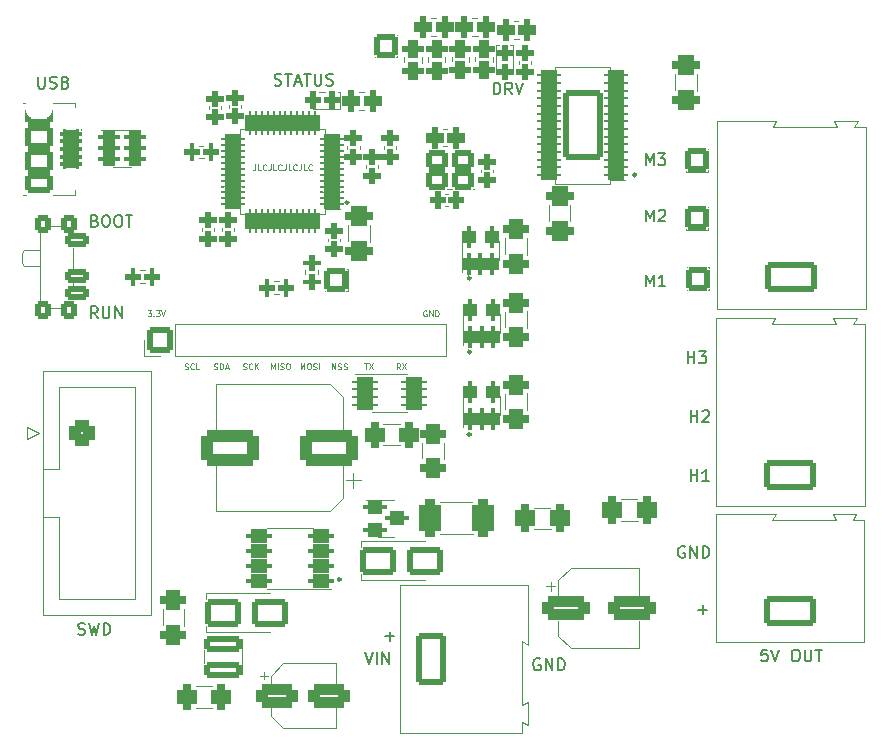
<source format=gbr>
%TF.GenerationSoftware,KiCad,Pcbnew,(6.0.5)*%
%TF.CreationDate,2022-05-23T22:17:39-04:00*%
%TF.ProjectId,HVAC_STM32_Motor_Controller,48564143-5f53-4544-9d33-325f4d6f746f,rev?*%
%TF.SameCoordinates,Original*%
%TF.FileFunction,Legend,Top*%
%TF.FilePolarity,Positive*%
%FSLAX46Y46*%
G04 Gerber Fmt 4.6, Leading zero omitted, Abs format (unit mm)*
G04 Created by KiCad (PCBNEW (6.0.5)) date 2022-05-23 22:17:39*
%MOMM*%
%LPD*%
G01*
G04 APERTURE LIST*
G04 Aperture macros list*
%AMRoundRect*
0 Rectangle with rounded corners*
0 $1 Rounding radius*
0 $2 $3 $4 $5 $6 $7 $8 $9 X,Y pos of 4 corners*
0 Add a 4 corners polygon primitive as box body*
4,1,4,$2,$3,$4,$5,$6,$7,$8,$9,$2,$3,0*
0 Add four circle primitives for the rounded corners*
1,1,$1+$1,$2,$3*
1,1,$1+$1,$4,$5*
1,1,$1+$1,$6,$7*
1,1,$1+$1,$8,$9*
0 Add four rect primitives between the rounded corners*
20,1,$1+$1,$2,$3,$4,$5,0*
20,1,$1+$1,$4,$5,$6,$7,0*
20,1,$1+$1,$6,$7,$8,$9,0*
20,1,$1+$1,$8,$9,$2,$3,0*%
G04 Aperture macros list end*
%ADD10C,0.238900*%
%ADD11C,0.177800*%
%ADD12C,0.100000*%
%ADD13C,0.120000*%
%ADD14RoundRect,0.504000X0.625000X-0.312500X0.625000X0.312500X-0.625000X0.312500X-0.625000X-0.312500X0*%
%ADD15RoundRect,0.504000X-0.600000X-0.600000X0.600000X-0.600000X0.600000X0.600000X-0.600000X0.600000X0*%
%ADD16C,2.208000*%
%ADD17RoundRect,0.254000X-0.750000X-0.750000X0.750000X-0.750000X0.750000X0.750000X-0.750000X0.750000X0*%
%ADD18RoundRect,0.504000X-0.650000X0.325000X-0.650000X-0.325000X0.650000X-0.325000X0.650000X0.325000X0*%
%ADD19RoundRect,0.404000X-0.512500X-0.150000X0.512500X-0.150000X0.512500X0.150000X-0.512500X0.150000X0*%
%ADD20RoundRect,0.504000X0.650000X-0.325000X0.650000X0.325000X-0.650000X0.325000X-0.650000X-0.325000X0*%
%ADD21RoundRect,0.504000X-0.262500X-0.450000X0.262500X-0.450000X0.262500X0.450000X-0.262500X0.450000X0*%
%ADD22RoundRect,0.454000X0.200000X0.275000X-0.200000X0.275000X-0.200000X-0.275000X0.200000X-0.275000X0*%
%ADD23RoundRect,0.479000X-0.250000X0.225000X-0.250000X-0.225000X0.250000X-0.225000X0.250000X0.225000X0*%
%ADD24RoundRect,0.504000X0.262500X0.450000X-0.262500X0.450000X-0.262500X-0.450000X0.262500X-0.450000X0*%
%ADD25RoundRect,0.472750X-0.256250X0.218750X-0.256250X-0.218750X0.256250X-0.218750X0.256250X0.218750X0*%
%ADD26RoundRect,0.504000X-0.450000X0.262500X-0.450000X-0.262500X0.450000X-0.262500X0.450000X0.262500X0*%
%ADD27RoundRect,0.472750X0.218750X0.256250X-0.218750X0.256250X-0.218750X-0.256250X0.218750X-0.256250X0*%
%ADD28RoundRect,0.254000X-0.700000X-0.600000X0.700000X-0.600000X0.700000X0.600000X-0.700000X0.600000X0*%
%ADD29RoundRect,0.479000X0.250000X-0.225000X0.250000X0.225000X-0.250000X0.225000X-0.250000X-0.225000X0*%
%ADD30RoundRect,0.504000X1.950000X1.000000X-1.950000X1.000000X-1.950000X-1.000000X1.950000X-1.000000X0*%
%ADD31RoundRect,0.504000X-0.625000X0.312500X-0.625000X-0.312500X0.625000X-0.312500X0.625000X0.312500X0*%
%ADD32RoundRect,0.504000X0.325000X0.650000X-0.325000X0.650000X-0.325000X-0.650000X0.325000X-0.650000X0*%
%ADD33C,4.908000*%
%ADD34RoundRect,0.254000X1.980000X-0.990000X1.980000X0.990000X-1.980000X0.990000X-1.980000X-0.990000X0*%
%ADD35O,4.468000X2.488000*%
%ADD36RoundRect,0.454000X-0.200000X-0.275000X0.200000X-0.275000X0.200000X0.275000X-0.200000X0.275000X0*%
%ADD37RoundRect,0.404000X0.150000X-0.512500X0.150000X0.512500X-0.150000X0.512500X-0.150000X-0.512500X0*%
%ADD38RoundRect,0.254000X-1.250000X-0.900000X1.250000X-0.900000X1.250000X0.900000X-1.250000X0.900000X0*%
%ADD39RoundRect,0.404000X-0.587500X-0.150000X0.587500X-0.150000X0.587500X0.150000X-0.587500X0.150000X0*%
%ADD40RoundRect,0.354000X-0.712500X-0.100000X0.712500X-0.100000X0.712500X0.100000X-0.712500X0.100000X0*%
%ADD41C,1.408000*%
%ADD42RoundRect,0.254000X-0.400000X0.500000X-0.400000X-0.500000X0.400000X-0.500000X0.400000X0.500000X0*%
%ADD43RoundRect,0.254000X-0.750000X0.350000X-0.750000X-0.350000X0.750000X-0.350000X0.750000X0.350000X0*%
%ADD44RoundRect,0.504000X-1.250000X-0.550000X1.250000X-0.550000X1.250000X0.550000X-1.250000X0.550000X0*%
%ADD45RoundRect,0.254000X-0.675000X0.200000X-0.675000X-0.200000X0.675000X-0.200000X0.675000X0.200000X0*%
%ADD46O,2.408000X1.708000*%
%ADD47RoundRect,0.254000X-0.950000X0.600000X-0.950000X-0.600000X0.950000X-0.600000X0.950000X0.600000X0*%
%ADD48RoundRect,0.254000X-0.950000X0.750000X-0.950000X-0.750000X0.950000X-0.750000X0.950000X0.750000X0*%
%ADD49C,1.958000*%
%ADD50RoundRect,0.254000X-0.990000X-1.980000X0.990000X-1.980000X0.990000X1.980000X-0.990000X1.980000X0*%
%ADD51O,2.488000X4.468000*%
%ADD52RoundRect,0.454000X-0.275000X0.200000X-0.275000X-0.200000X0.275000X-0.200000X0.275000X0.200000X0*%
%ADD53RoundRect,0.504000X0.450000X-0.262500X0.450000X0.262500X-0.450000X0.262500X-0.450000X-0.262500X0*%
%ADD54RoundRect,0.479000X0.225000X0.250000X-0.225000X0.250000X-0.225000X-0.250000X0.225000X-0.250000X0*%
%ADD55RoundRect,0.504000X-0.312500X-0.625000X0.312500X-0.625000X0.312500X0.625000X-0.312500X0.625000X0*%
%ADD56RoundRect,0.504000X0.425000X1.075000X-0.425000X1.075000X-0.425000X-1.075000X0.425000X-1.075000X0*%
%ADD57RoundRect,0.354000X0.637500X0.100000X-0.637500X0.100000X-0.637500X-0.100000X0.637500X-0.100000X0*%
%ADD58RoundRect,0.254000X1.425000X2.700000X-1.425000X2.700000X-1.425000X-2.700000X1.425000X-2.700000X0*%
%ADD59RoundRect,0.504000X-0.325000X-0.650000X0.325000X-0.650000X0.325000X0.650000X-0.325000X0.650000X0*%
%ADD60RoundRect,0.254000X0.850000X-0.850000X0.850000X0.850000X-0.850000X0.850000X-0.850000X-0.850000X0*%
%ADD61O,2.208000X2.208000*%
%ADD62RoundRect,0.504000X-1.500000X-0.550000X1.500000X-0.550000X1.500000X0.550000X-1.500000X0.550000X0*%
%ADD63RoundRect,0.404000X0.675000X0.150000X-0.675000X0.150000X-0.675000X-0.150000X0.675000X-0.150000X0*%
%ADD64RoundRect,0.504000X0.312500X0.625000X-0.312500X0.625000X-0.312500X-0.625000X0.312500X-0.625000X0*%
%ADD65RoundRect,0.254000X-1.350000X0.400000X-1.350000X-0.400000X1.350000X-0.400000X1.350000X0.400000X0*%
%ADD66RoundRect,0.329000X0.662500X0.075000X-0.662500X0.075000X-0.662500X-0.075000X0.662500X-0.075000X0*%
%ADD67RoundRect,0.329000X0.075000X0.662500X-0.075000X0.662500X-0.075000X-0.662500X0.075000X-0.662500X0*%
G04 APERTURE END LIST*
D10*
X126869450Y-113750000D02*
G75*
G03*
X126869450Y-113750000I-119450J0D01*
G01*
X137869450Y-88250000D02*
G75*
G03*
X137869450Y-88250000I-119450J0D01*
G01*
X151869450Y-79500000D02*
G75*
G03*
X151869450Y-79500000I-119450J0D01*
G01*
X127519450Y-81850000D02*
G75*
G03*
X127519450Y-81850000I-119450J0D01*
G01*
X137869450Y-101500000D02*
G75*
G03*
X137869450Y-101500000I-119450J0D01*
G01*
X137869450Y-94500000D02*
G75*
G03*
X137869450Y-94500000I-119450J0D01*
G01*
D11*
X156488095Y-105452380D02*
X156488095Y-104452380D01*
X156488095Y-104928571D02*
X157059523Y-104928571D01*
X157059523Y-105452380D02*
X157059523Y-104452380D01*
X158059523Y-105452380D02*
X157488095Y-105452380D01*
X157773809Y-105452380D02*
X157773809Y-104452380D01*
X157678571Y-104595238D01*
X157583333Y-104690476D01*
X157488095Y-104738095D01*
D12*
X128869047Y-95476190D02*
X129154761Y-95476190D01*
X129011904Y-95976190D02*
X129011904Y-95476190D01*
X129273809Y-95476190D02*
X129607142Y-95976190D01*
X129607142Y-95476190D02*
X129273809Y-95976190D01*
D11*
X130619047Y-118571428D02*
X131380952Y-118571428D01*
X131000000Y-118952380D02*
X131000000Y-118190476D01*
X121273809Y-71904761D02*
X121416666Y-71952380D01*
X121654761Y-71952380D01*
X121750000Y-71904761D01*
X121797619Y-71857142D01*
X121845238Y-71761904D01*
X121845238Y-71666666D01*
X121797619Y-71571428D01*
X121750000Y-71523809D01*
X121654761Y-71476190D01*
X121464285Y-71428571D01*
X121369047Y-71380952D01*
X121321428Y-71333333D01*
X121273809Y-71238095D01*
X121273809Y-71142857D01*
X121321428Y-71047619D01*
X121369047Y-71000000D01*
X121464285Y-70952380D01*
X121702380Y-70952380D01*
X121845238Y-71000000D01*
X122130952Y-70952380D02*
X122702380Y-70952380D01*
X122416666Y-71952380D02*
X122416666Y-70952380D01*
X122988095Y-71666666D02*
X123464285Y-71666666D01*
X122892857Y-71952380D02*
X123226190Y-70952380D01*
X123559523Y-71952380D01*
X123750000Y-70952380D02*
X124321428Y-70952380D01*
X124035714Y-71952380D02*
X124035714Y-70952380D01*
X124654761Y-70952380D02*
X124654761Y-71761904D01*
X124702380Y-71857142D01*
X124750000Y-71904761D01*
X124845238Y-71952380D01*
X125035714Y-71952380D01*
X125130952Y-71904761D01*
X125178571Y-71857142D01*
X125226190Y-71761904D01*
X125226190Y-70952380D01*
X125654761Y-71904761D02*
X125797619Y-71952380D01*
X126035714Y-71952380D01*
X126130952Y-71904761D01*
X126178571Y-71857142D01*
X126226190Y-71761904D01*
X126226190Y-71666666D01*
X126178571Y-71571428D01*
X126130952Y-71523809D01*
X126035714Y-71476190D01*
X125845238Y-71428571D01*
X125750000Y-71380952D01*
X125702380Y-71333333D01*
X125654761Y-71238095D01*
X125654761Y-71142857D01*
X125702380Y-71047619D01*
X125750000Y-71000000D01*
X125845238Y-70952380D01*
X126083333Y-70952380D01*
X126226190Y-71000000D01*
D12*
X116142857Y-95952380D02*
X116214285Y-95976190D01*
X116333333Y-95976190D01*
X116380952Y-95952380D01*
X116404761Y-95928571D01*
X116428571Y-95880952D01*
X116428571Y-95833333D01*
X116404761Y-95785714D01*
X116380952Y-95761904D01*
X116333333Y-95738095D01*
X116238095Y-95714285D01*
X116190476Y-95690476D01*
X116166666Y-95666666D01*
X116142857Y-95619047D01*
X116142857Y-95571428D01*
X116166666Y-95523809D01*
X116190476Y-95500000D01*
X116238095Y-95476190D01*
X116357142Y-95476190D01*
X116428571Y-95500000D01*
X116642857Y-95976190D02*
X116642857Y-95476190D01*
X116761904Y-95476190D01*
X116833333Y-95500000D01*
X116880952Y-95547619D01*
X116904761Y-95595238D01*
X116928571Y-95690476D01*
X116928571Y-95761904D01*
X116904761Y-95857142D01*
X116880952Y-95904761D01*
X116833333Y-95952380D01*
X116761904Y-95976190D01*
X116642857Y-95976190D01*
X117119047Y-95833333D02*
X117357142Y-95833333D01*
X117071428Y-95976190D02*
X117238095Y-95476190D01*
X117404761Y-95976190D01*
D11*
X143738095Y-120500000D02*
X143642857Y-120452380D01*
X143500000Y-120452380D01*
X143357142Y-120500000D01*
X143261904Y-120595238D01*
X143214285Y-120690476D01*
X143166666Y-120880952D01*
X143166666Y-121023809D01*
X143214285Y-121214285D01*
X143261904Y-121309523D01*
X143357142Y-121404761D01*
X143500000Y-121452380D01*
X143595238Y-121452380D01*
X143738095Y-121404761D01*
X143785714Y-121357142D01*
X143785714Y-121023809D01*
X143595238Y-121023809D01*
X144214285Y-121452380D02*
X144214285Y-120452380D01*
X144785714Y-121452380D01*
X144785714Y-120452380D01*
X145261904Y-121452380D02*
X145261904Y-120452380D01*
X145500000Y-120452380D01*
X145642857Y-120500000D01*
X145738095Y-120595238D01*
X145785714Y-120690476D01*
X145833333Y-120880952D01*
X145833333Y-121023809D01*
X145785714Y-121214285D01*
X145738095Y-121309523D01*
X145642857Y-121404761D01*
X145500000Y-121452380D01*
X145261904Y-121452380D01*
X152690476Y-83452380D02*
X152690476Y-82452380D01*
X153023809Y-83166666D01*
X153357142Y-82452380D01*
X153357142Y-83452380D01*
X153785714Y-82547619D02*
X153833333Y-82500000D01*
X153928571Y-82452380D01*
X154166666Y-82452380D01*
X154261904Y-82500000D01*
X154309523Y-82547619D01*
X154357142Y-82642857D01*
X154357142Y-82738095D01*
X154309523Y-82880952D01*
X153738095Y-83452380D01*
X154357142Y-83452380D01*
X106042857Y-83403571D02*
X106185714Y-83451190D01*
X106233333Y-83498809D01*
X106280952Y-83594047D01*
X106280952Y-83736904D01*
X106233333Y-83832142D01*
X106185714Y-83879761D01*
X106090476Y-83927380D01*
X105709523Y-83927380D01*
X105709523Y-82927380D01*
X106042857Y-82927380D01*
X106138095Y-82975000D01*
X106185714Y-83022619D01*
X106233333Y-83117857D01*
X106233333Y-83213095D01*
X106185714Y-83308333D01*
X106138095Y-83355952D01*
X106042857Y-83403571D01*
X105709523Y-83403571D01*
X106900000Y-82927380D02*
X107090476Y-82927380D01*
X107185714Y-82975000D01*
X107280952Y-83070238D01*
X107328571Y-83260714D01*
X107328571Y-83594047D01*
X107280952Y-83784523D01*
X107185714Y-83879761D01*
X107090476Y-83927380D01*
X106900000Y-83927380D01*
X106804761Y-83879761D01*
X106709523Y-83784523D01*
X106661904Y-83594047D01*
X106661904Y-83260714D01*
X106709523Y-83070238D01*
X106804761Y-82975000D01*
X106900000Y-82927380D01*
X107947619Y-82927380D02*
X108138095Y-82927380D01*
X108233333Y-82975000D01*
X108328571Y-83070238D01*
X108376190Y-83260714D01*
X108376190Y-83594047D01*
X108328571Y-83784523D01*
X108233333Y-83879761D01*
X108138095Y-83927380D01*
X107947619Y-83927380D01*
X107852380Y-83879761D01*
X107757142Y-83784523D01*
X107709523Y-83594047D01*
X107709523Y-83260714D01*
X107757142Y-83070238D01*
X107852380Y-82975000D01*
X107947619Y-82927380D01*
X108661904Y-82927380D02*
X109233333Y-82927380D01*
X108947619Y-83927380D02*
X108947619Y-82927380D01*
D12*
X120964285Y-95976190D02*
X120964285Y-95476190D01*
X121130952Y-95833333D01*
X121297619Y-95476190D01*
X121297619Y-95976190D01*
X121535714Y-95976190D02*
X121535714Y-95476190D01*
X121750000Y-95952380D02*
X121821428Y-95976190D01*
X121940476Y-95976190D01*
X121988095Y-95952380D01*
X122011904Y-95928571D01*
X122035714Y-95880952D01*
X122035714Y-95833333D01*
X122011904Y-95785714D01*
X121988095Y-95761904D01*
X121940476Y-95738095D01*
X121845238Y-95714285D01*
X121797619Y-95690476D01*
X121773809Y-95666666D01*
X121750000Y-95619047D01*
X121750000Y-95571428D01*
X121773809Y-95523809D01*
X121797619Y-95500000D01*
X121845238Y-95476190D01*
X121964285Y-95476190D01*
X122035714Y-95500000D01*
X122345238Y-95476190D02*
X122440476Y-95476190D01*
X122488095Y-95500000D01*
X122535714Y-95547619D01*
X122559523Y-95642857D01*
X122559523Y-95809523D01*
X122535714Y-95904761D01*
X122488095Y-95952380D01*
X122440476Y-95976190D01*
X122345238Y-95976190D01*
X122297619Y-95952380D01*
X122250000Y-95904761D01*
X122226190Y-95809523D01*
X122226190Y-95642857D01*
X122250000Y-95547619D01*
X122297619Y-95500000D01*
X122345238Y-95476190D01*
X131916666Y-95976190D02*
X131750000Y-95738095D01*
X131630952Y-95976190D02*
X131630952Y-95476190D01*
X131821428Y-95476190D01*
X131869047Y-95500000D01*
X131892857Y-95523809D01*
X131916666Y-95571428D01*
X131916666Y-95642857D01*
X131892857Y-95690476D01*
X131869047Y-95714285D01*
X131821428Y-95738095D01*
X131630952Y-95738095D01*
X132083333Y-95476190D02*
X132416666Y-95976190D01*
X132416666Y-95476190D02*
X132083333Y-95976190D01*
X113654761Y-95952380D02*
X113726190Y-95976190D01*
X113845238Y-95976190D01*
X113892857Y-95952380D01*
X113916666Y-95928571D01*
X113940476Y-95880952D01*
X113940476Y-95833333D01*
X113916666Y-95785714D01*
X113892857Y-95761904D01*
X113845238Y-95738095D01*
X113750000Y-95714285D01*
X113702380Y-95690476D01*
X113678571Y-95666666D01*
X113654761Y-95619047D01*
X113654761Y-95571428D01*
X113678571Y-95523809D01*
X113702380Y-95500000D01*
X113750000Y-95476190D01*
X113869047Y-95476190D01*
X113940476Y-95500000D01*
X114440476Y-95928571D02*
X114416666Y-95952380D01*
X114345238Y-95976190D01*
X114297619Y-95976190D01*
X114226190Y-95952380D01*
X114178571Y-95904761D01*
X114154761Y-95857142D01*
X114130952Y-95761904D01*
X114130952Y-95690476D01*
X114154761Y-95595238D01*
X114178571Y-95547619D01*
X114226190Y-95500000D01*
X114297619Y-95476190D01*
X114345238Y-95476190D01*
X114416666Y-95500000D01*
X114440476Y-95523809D01*
X114892857Y-95976190D02*
X114654761Y-95976190D01*
X114654761Y-95476190D01*
D11*
X156238095Y-95452380D02*
X156238095Y-94452380D01*
X156238095Y-94928571D02*
X156809523Y-94928571D01*
X156809523Y-95452380D02*
X156809523Y-94452380D01*
X157190476Y-94452380D02*
X157809523Y-94452380D01*
X157476190Y-94833333D01*
X157619047Y-94833333D01*
X157714285Y-94880952D01*
X157761904Y-94928571D01*
X157809523Y-95023809D01*
X157809523Y-95261904D01*
X157761904Y-95357142D01*
X157714285Y-95404761D01*
X157619047Y-95452380D01*
X157333333Y-95452380D01*
X157238095Y-95404761D01*
X157190476Y-95357142D01*
X157119047Y-116321428D02*
X157880952Y-116321428D01*
X157500000Y-116702380D02*
X157500000Y-115940476D01*
X101238095Y-71202380D02*
X101238095Y-72011904D01*
X101285714Y-72107142D01*
X101333333Y-72154761D01*
X101428571Y-72202380D01*
X101619047Y-72202380D01*
X101714285Y-72154761D01*
X101761904Y-72107142D01*
X101809523Y-72011904D01*
X101809523Y-71202380D01*
X102238095Y-72154761D02*
X102380952Y-72202380D01*
X102619047Y-72202380D01*
X102714285Y-72154761D01*
X102761904Y-72107142D01*
X102809523Y-72011904D01*
X102809523Y-71916666D01*
X102761904Y-71821428D01*
X102714285Y-71773809D01*
X102619047Y-71726190D01*
X102428571Y-71678571D01*
X102333333Y-71630952D01*
X102285714Y-71583333D01*
X102238095Y-71488095D01*
X102238095Y-71392857D01*
X102285714Y-71297619D01*
X102333333Y-71250000D01*
X102428571Y-71202380D01*
X102666666Y-71202380D01*
X102809523Y-71250000D01*
X103571428Y-71678571D02*
X103714285Y-71726190D01*
X103761904Y-71773809D01*
X103809523Y-71869047D01*
X103809523Y-72011904D01*
X103761904Y-72107142D01*
X103714285Y-72154761D01*
X103619047Y-72202380D01*
X103238095Y-72202380D01*
X103238095Y-71202380D01*
X103571428Y-71202380D01*
X103666666Y-71250000D01*
X103714285Y-71297619D01*
X103761904Y-71392857D01*
X103761904Y-71488095D01*
X103714285Y-71583333D01*
X103666666Y-71630952D01*
X103571428Y-71678571D01*
X103238095Y-71678571D01*
X155988095Y-111000000D02*
X155892857Y-110952380D01*
X155750000Y-110952380D01*
X155607142Y-111000000D01*
X155511904Y-111095238D01*
X155464285Y-111190476D01*
X155416666Y-111380952D01*
X155416666Y-111523809D01*
X155464285Y-111714285D01*
X155511904Y-111809523D01*
X155607142Y-111904761D01*
X155750000Y-111952380D01*
X155845238Y-111952380D01*
X155988095Y-111904761D01*
X156035714Y-111857142D01*
X156035714Y-111523809D01*
X155845238Y-111523809D01*
X156464285Y-111952380D02*
X156464285Y-110952380D01*
X157035714Y-111952380D01*
X157035714Y-110952380D01*
X157511904Y-111952380D02*
X157511904Y-110952380D01*
X157750000Y-110952380D01*
X157892857Y-111000000D01*
X157988095Y-111095238D01*
X158035714Y-111190476D01*
X158083333Y-111380952D01*
X158083333Y-111523809D01*
X158035714Y-111714285D01*
X157988095Y-111809523D01*
X157892857Y-111904761D01*
X157750000Y-111952380D01*
X157511904Y-111952380D01*
X152690476Y-78702380D02*
X152690476Y-77702380D01*
X153023809Y-78416666D01*
X153357142Y-77702380D01*
X153357142Y-78702380D01*
X153738095Y-77702380D02*
X154357142Y-77702380D01*
X154023809Y-78083333D01*
X154166666Y-78083333D01*
X154261904Y-78130952D01*
X154309523Y-78178571D01*
X154357142Y-78273809D01*
X154357142Y-78511904D01*
X154309523Y-78607142D01*
X154261904Y-78654761D01*
X154166666Y-78702380D01*
X153880952Y-78702380D01*
X153785714Y-78654761D01*
X153738095Y-78607142D01*
X104642857Y-118404761D02*
X104785714Y-118452380D01*
X105023809Y-118452380D01*
X105119047Y-118404761D01*
X105166666Y-118357142D01*
X105214285Y-118261904D01*
X105214285Y-118166666D01*
X105166666Y-118071428D01*
X105119047Y-118023809D01*
X105023809Y-117976190D01*
X104833333Y-117928571D01*
X104738095Y-117880952D01*
X104690476Y-117833333D01*
X104642857Y-117738095D01*
X104642857Y-117642857D01*
X104690476Y-117547619D01*
X104738095Y-117500000D01*
X104833333Y-117452380D01*
X105071428Y-117452380D01*
X105214285Y-117500000D01*
X105547619Y-117452380D02*
X105785714Y-118452380D01*
X105976190Y-117738095D01*
X106166666Y-118452380D01*
X106404761Y-117452380D01*
X106785714Y-118452380D02*
X106785714Y-117452380D01*
X107023809Y-117452380D01*
X107166666Y-117500000D01*
X107261904Y-117595238D01*
X107309523Y-117690476D01*
X107357142Y-117880952D01*
X107357142Y-118023809D01*
X107309523Y-118214285D01*
X107261904Y-118309523D01*
X107166666Y-118404761D01*
X107023809Y-118452380D01*
X106785714Y-118452380D01*
X139809523Y-72702380D02*
X139809523Y-71702380D01*
X140047619Y-71702380D01*
X140190476Y-71750000D01*
X140285714Y-71845238D01*
X140333333Y-71940476D01*
X140380952Y-72130952D01*
X140380952Y-72273809D01*
X140333333Y-72464285D01*
X140285714Y-72559523D01*
X140190476Y-72654761D01*
X140047619Y-72702380D01*
X139809523Y-72702380D01*
X141380952Y-72702380D02*
X141047619Y-72226190D01*
X140809523Y-72702380D02*
X140809523Y-71702380D01*
X141190476Y-71702380D01*
X141285714Y-71750000D01*
X141333333Y-71797619D01*
X141380952Y-71892857D01*
X141380952Y-72035714D01*
X141333333Y-72130952D01*
X141285714Y-72178571D01*
X141190476Y-72226190D01*
X140809523Y-72226190D01*
X141666666Y-71702380D02*
X142000000Y-72702380D01*
X142333333Y-71702380D01*
D12*
X126130952Y-95976190D02*
X126130952Y-95476190D01*
X126416666Y-95976190D01*
X126416666Y-95476190D01*
X126630952Y-95952380D02*
X126702380Y-95976190D01*
X126821428Y-95976190D01*
X126869047Y-95952380D01*
X126892857Y-95928571D01*
X126916666Y-95880952D01*
X126916666Y-95833333D01*
X126892857Y-95785714D01*
X126869047Y-95761904D01*
X126821428Y-95738095D01*
X126726190Y-95714285D01*
X126678571Y-95690476D01*
X126654761Y-95666666D01*
X126630952Y-95619047D01*
X126630952Y-95571428D01*
X126654761Y-95523809D01*
X126678571Y-95500000D01*
X126726190Y-95476190D01*
X126845238Y-95476190D01*
X126916666Y-95500000D01*
X127107142Y-95952380D02*
X127178571Y-95976190D01*
X127297619Y-95976190D01*
X127345238Y-95952380D01*
X127369047Y-95928571D01*
X127392857Y-95880952D01*
X127392857Y-95833333D01*
X127369047Y-95785714D01*
X127345238Y-95761904D01*
X127297619Y-95738095D01*
X127202380Y-95714285D01*
X127154761Y-95690476D01*
X127130952Y-95666666D01*
X127107142Y-95619047D01*
X127107142Y-95571428D01*
X127130952Y-95523809D01*
X127154761Y-95500000D01*
X127202380Y-95476190D01*
X127321428Y-95476190D01*
X127392857Y-95500000D01*
X134119047Y-91000000D02*
X134071428Y-90976190D01*
X134000000Y-90976190D01*
X133928571Y-91000000D01*
X133880952Y-91047619D01*
X133857142Y-91095238D01*
X133833333Y-91190476D01*
X133833333Y-91261904D01*
X133857142Y-91357142D01*
X133880952Y-91404761D01*
X133928571Y-91452380D01*
X134000000Y-91476190D01*
X134047619Y-91476190D01*
X134119047Y-91452380D01*
X134142857Y-91428571D01*
X134142857Y-91261904D01*
X134047619Y-91261904D01*
X134357142Y-91476190D02*
X134357142Y-90976190D01*
X134642857Y-91476190D01*
X134642857Y-90976190D01*
X134880952Y-91476190D02*
X134880952Y-90976190D01*
X135000000Y-90976190D01*
X135071428Y-91000000D01*
X135119047Y-91047619D01*
X135142857Y-91095238D01*
X135166666Y-91190476D01*
X135166666Y-91261904D01*
X135142857Y-91357142D01*
X135119047Y-91404761D01*
X135071428Y-91452380D01*
X135000000Y-91476190D01*
X134880952Y-91476190D01*
D11*
X156488095Y-100452380D02*
X156488095Y-99452380D01*
X156488095Y-99928571D02*
X157059523Y-99928571D01*
X157059523Y-100452380D02*
X157059523Y-99452380D01*
X157488095Y-99547619D02*
X157535714Y-99500000D01*
X157630952Y-99452380D01*
X157869047Y-99452380D01*
X157964285Y-99500000D01*
X158011904Y-99547619D01*
X158059523Y-99642857D01*
X158059523Y-99738095D01*
X158011904Y-99880952D01*
X157440476Y-100452380D01*
X158059523Y-100452380D01*
X128904761Y-119952380D02*
X129238095Y-120952380D01*
X129571428Y-119952380D01*
X129904761Y-120952380D02*
X129904761Y-119952380D01*
X130380952Y-120952380D02*
X130380952Y-119952380D01*
X130952380Y-120952380D01*
X130952380Y-119952380D01*
X152690476Y-88952380D02*
X152690476Y-87952380D01*
X153023809Y-88666666D01*
X153357142Y-87952380D01*
X153357142Y-88952380D01*
X154357142Y-88952380D02*
X153785714Y-88952380D01*
X154071428Y-88952380D02*
X154071428Y-87952380D01*
X153976190Y-88095238D01*
X153880952Y-88190476D01*
X153785714Y-88238095D01*
X163000000Y-119702380D02*
X162523809Y-119702380D01*
X162476190Y-120178571D01*
X162523809Y-120130952D01*
X162619047Y-120083333D01*
X162857142Y-120083333D01*
X162952380Y-120130952D01*
X163000000Y-120178571D01*
X163047619Y-120273809D01*
X163047619Y-120511904D01*
X163000000Y-120607142D01*
X162952380Y-120654761D01*
X162857142Y-120702380D01*
X162619047Y-120702380D01*
X162523809Y-120654761D01*
X162476190Y-120607142D01*
X163333333Y-119702380D02*
X163666666Y-120702380D01*
X164000000Y-119702380D01*
X165285714Y-119702380D02*
X165476190Y-119702380D01*
X165571428Y-119750000D01*
X165666666Y-119845238D01*
X165714285Y-120035714D01*
X165714285Y-120369047D01*
X165666666Y-120559523D01*
X165571428Y-120654761D01*
X165476190Y-120702380D01*
X165285714Y-120702380D01*
X165190476Y-120654761D01*
X165095238Y-120559523D01*
X165047619Y-120369047D01*
X165047619Y-120035714D01*
X165095238Y-119845238D01*
X165190476Y-119750000D01*
X165285714Y-119702380D01*
X166142857Y-119702380D02*
X166142857Y-120511904D01*
X166190476Y-120607142D01*
X166238095Y-120654761D01*
X166333333Y-120702380D01*
X166523809Y-120702380D01*
X166619047Y-120654761D01*
X166666666Y-120607142D01*
X166714285Y-120511904D01*
X166714285Y-119702380D01*
X167047619Y-119702380D02*
X167619047Y-119702380D01*
X167333333Y-120702380D02*
X167333333Y-119702380D01*
D12*
X123464285Y-95976190D02*
X123464285Y-95476190D01*
X123630952Y-95833333D01*
X123797619Y-95476190D01*
X123797619Y-95976190D01*
X124130952Y-95476190D02*
X124226190Y-95476190D01*
X124273809Y-95500000D01*
X124321428Y-95547619D01*
X124345238Y-95642857D01*
X124345238Y-95809523D01*
X124321428Y-95904761D01*
X124273809Y-95952380D01*
X124226190Y-95976190D01*
X124130952Y-95976190D01*
X124083333Y-95952380D01*
X124035714Y-95904761D01*
X124011904Y-95809523D01*
X124011904Y-95642857D01*
X124035714Y-95547619D01*
X124083333Y-95500000D01*
X124130952Y-95476190D01*
X124535714Y-95952380D02*
X124607142Y-95976190D01*
X124726190Y-95976190D01*
X124773809Y-95952380D01*
X124797619Y-95928571D01*
X124821428Y-95880952D01*
X124821428Y-95833333D01*
X124797619Y-95785714D01*
X124773809Y-95761904D01*
X124726190Y-95738095D01*
X124630952Y-95714285D01*
X124583333Y-95690476D01*
X124559523Y-95666666D01*
X124535714Y-95619047D01*
X124535714Y-95571428D01*
X124559523Y-95523809D01*
X124583333Y-95500000D01*
X124630952Y-95476190D01*
X124750000Y-95476190D01*
X124821428Y-95500000D01*
X125035714Y-95976190D02*
X125035714Y-95476190D01*
X119640476Y-78626190D02*
X119640476Y-78983333D01*
X119616666Y-79054761D01*
X119569047Y-79102380D01*
X119497619Y-79126190D01*
X119450000Y-79126190D01*
X120116666Y-79126190D02*
X119878571Y-79126190D01*
X119878571Y-78626190D01*
X120569047Y-79078571D02*
X120545238Y-79102380D01*
X120473809Y-79126190D01*
X120426190Y-79126190D01*
X120354761Y-79102380D01*
X120307142Y-79054761D01*
X120283333Y-79007142D01*
X120259523Y-78911904D01*
X120259523Y-78840476D01*
X120283333Y-78745238D01*
X120307142Y-78697619D01*
X120354761Y-78650000D01*
X120426190Y-78626190D01*
X120473809Y-78626190D01*
X120545238Y-78650000D01*
X120569047Y-78673809D01*
X120926190Y-78626190D02*
X120926190Y-78983333D01*
X120902380Y-79054761D01*
X120854761Y-79102380D01*
X120783333Y-79126190D01*
X120735714Y-79126190D01*
X121402380Y-79126190D02*
X121164285Y-79126190D01*
X121164285Y-78626190D01*
X121854761Y-79078571D02*
X121830952Y-79102380D01*
X121759523Y-79126190D01*
X121711904Y-79126190D01*
X121640476Y-79102380D01*
X121592857Y-79054761D01*
X121569047Y-79007142D01*
X121545238Y-78911904D01*
X121545238Y-78840476D01*
X121569047Y-78745238D01*
X121592857Y-78697619D01*
X121640476Y-78650000D01*
X121711904Y-78626190D01*
X121759523Y-78626190D01*
X121830952Y-78650000D01*
X121854761Y-78673809D01*
X122211904Y-78626190D02*
X122211904Y-78983333D01*
X122188095Y-79054761D01*
X122140476Y-79102380D01*
X122069047Y-79126190D01*
X122021428Y-79126190D01*
X122688095Y-79126190D02*
X122450000Y-79126190D01*
X122450000Y-78626190D01*
X123140476Y-79078571D02*
X123116666Y-79102380D01*
X123045238Y-79126190D01*
X122997619Y-79126190D01*
X122926190Y-79102380D01*
X122878571Y-79054761D01*
X122854761Y-79007142D01*
X122830952Y-78911904D01*
X122830952Y-78840476D01*
X122854761Y-78745238D01*
X122878571Y-78697619D01*
X122926190Y-78650000D01*
X122997619Y-78626190D01*
X123045238Y-78626190D01*
X123116666Y-78650000D01*
X123140476Y-78673809D01*
X123497619Y-78626190D02*
X123497619Y-78983333D01*
X123473809Y-79054761D01*
X123426190Y-79102380D01*
X123354761Y-79126190D01*
X123307142Y-79126190D01*
X123973809Y-79126190D02*
X123735714Y-79126190D01*
X123735714Y-78626190D01*
X124426190Y-79078571D02*
X124402380Y-79102380D01*
X124330952Y-79126190D01*
X124283333Y-79126190D01*
X124211904Y-79102380D01*
X124164285Y-79054761D01*
X124140476Y-79007142D01*
X124116666Y-78911904D01*
X124116666Y-78840476D01*
X124140476Y-78745238D01*
X124164285Y-78697619D01*
X124211904Y-78650000D01*
X124283333Y-78626190D01*
X124330952Y-78626190D01*
X124402380Y-78650000D01*
X124426190Y-78673809D01*
X118607142Y-95952380D02*
X118678571Y-95976190D01*
X118797619Y-95976190D01*
X118845238Y-95952380D01*
X118869047Y-95928571D01*
X118892857Y-95880952D01*
X118892857Y-95833333D01*
X118869047Y-95785714D01*
X118845238Y-95761904D01*
X118797619Y-95738095D01*
X118702380Y-95714285D01*
X118654761Y-95690476D01*
X118630952Y-95666666D01*
X118607142Y-95619047D01*
X118607142Y-95571428D01*
X118630952Y-95523809D01*
X118654761Y-95500000D01*
X118702380Y-95476190D01*
X118821428Y-95476190D01*
X118892857Y-95500000D01*
X119392857Y-95928571D02*
X119369047Y-95952380D01*
X119297619Y-95976190D01*
X119250000Y-95976190D01*
X119178571Y-95952380D01*
X119130952Y-95904761D01*
X119107142Y-95857142D01*
X119083333Y-95761904D01*
X119083333Y-95690476D01*
X119107142Y-95595238D01*
X119130952Y-95547619D01*
X119178571Y-95500000D01*
X119250000Y-95476190D01*
X119297619Y-95476190D01*
X119369047Y-95500000D01*
X119392857Y-95523809D01*
X119607142Y-95976190D02*
X119607142Y-95476190D01*
X119892857Y-95976190D02*
X119678571Y-95690476D01*
X119892857Y-95476190D02*
X119607142Y-95761904D01*
X110511904Y-90976190D02*
X110821428Y-90976190D01*
X110654761Y-91166666D01*
X110726190Y-91166666D01*
X110773809Y-91190476D01*
X110797619Y-91214285D01*
X110821428Y-91261904D01*
X110821428Y-91380952D01*
X110797619Y-91428571D01*
X110773809Y-91452380D01*
X110726190Y-91476190D01*
X110583333Y-91476190D01*
X110535714Y-91452380D01*
X110511904Y-91428571D01*
X111035714Y-91428571D02*
X111059523Y-91452380D01*
X111035714Y-91476190D01*
X111011904Y-91452380D01*
X111035714Y-91428571D01*
X111035714Y-91476190D01*
X111226190Y-90976190D02*
X111535714Y-90976190D01*
X111369047Y-91166666D01*
X111440476Y-91166666D01*
X111488095Y-91190476D01*
X111511904Y-91214285D01*
X111535714Y-91261904D01*
X111535714Y-91380952D01*
X111511904Y-91428571D01*
X111488095Y-91452380D01*
X111440476Y-91476190D01*
X111297619Y-91476190D01*
X111250000Y-91452380D01*
X111226190Y-91428571D01*
X111678571Y-90976190D02*
X111845238Y-91476190D01*
X112011904Y-90976190D01*
D11*
X106286904Y-91652380D02*
X105953571Y-91176190D01*
X105715476Y-91652380D02*
X105715476Y-90652380D01*
X106096428Y-90652380D01*
X106191666Y-90700000D01*
X106239285Y-90747619D01*
X106286904Y-90842857D01*
X106286904Y-90985714D01*
X106239285Y-91080952D01*
X106191666Y-91128571D01*
X106096428Y-91176190D01*
X105715476Y-91176190D01*
X106715476Y-90652380D02*
X106715476Y-91461904D01*
X106763095Y-91557142D01*
X106810714Y-91604761D01*
X106905952Y-91652380D01*
X107096428Y-91652380D01*
X107191666Y-91604761D01*
X107239285Y-91557142D01*
X107286904Y-91461904D01*
X107286904Y-90652380D01*
X107763095Y-91652380D02*
X107763095Y-90652380D01*
X108334523Y-91652380D01*
X108334523Y-90652380D01*
D13*
%TO.C,R4*%
X111790000Y-117727064D02*
X111790000Y-116272936D01*
X113610000Y-117727064D02*
X113610000Y-116272936D01*
%TO.C,J1*%
X101292500Y-101370000D02*
X100292500Y-100870000D01*
X110802500Y-116740000D02*
X101682500Y-116740000D01*
X109492500Y-97460000D02*
X109492500Y-115440000D01*
X100292500Y-101870000D02*
X101292500Y-101370000D01*
X100292500Y-100870000D02*
X100292500Y-101870000D01*
X101682500Y-104400000D02*
X102992500Y-104400000D01*
X102992500Y-97460000D02*
X109492500Y-97460000D01*
X101682500Y-116740000D02*
X101682500Y-96160000D01*
X109492500Y-115440000D02*
X102992500Y-115440000D01*
X101682500Y-96160000D02*
X110802500Y-96160000D01*
X102992500Y-108500000D02*
X101682500Y-108500000D01*
X110802500Y-96160000D02*
X110802500Y-116740000D01*
X102992500Y-108500000D02*
X102992500Y-108500000D01*
X102992500Y-104400000D02*
X102992500Y-97460000D01*
X102992500Y-115440000D02*
X102992500Y-108500000D01*
%TO.C,TP7*%
X157960000Y-79245000D02*
X156060000Y-79245000D01*
X157960000Y-77345000D02*
X157960000Y-79245000D01*
X156060000Y-79245000D02*
X156060000Y-77345000D01*
X156060000Y-77345000D02*
X157960000Y-77345000D01*
%TO.C,C18*%
X146310000Y-82088748D02*
X146310000Y-83511252D01*
X144490000Y-82088748D02*
X144490000Y-83511252D01*
%TO.C,U3*%
X108350000Y-78810000D02*
X107550000Y-78810000D01*
X108350000Y-75690000D02*
X109150000Y-75690000D01*
X108350000Y-75690000D02*
X106550000Y-75690000D01*
X108350000Y-78810000D02*
X109150000Y-78810000D01*
%TO.C,C1*%
X129310000Y-85161252D02*
X129310000Y-83738748D01*
X127490000Y-85161252D02*
X127490000Y-83738748D01*
%TO.C,R16*%
X141522936Y-67985000D02*
X141977064Y-67985000D01*
X141522936Y-66515000D02*
X141977064Y-66515000D01*
%TO.C,R5*%
X110337258Y-88647500D02*
X109862742Y-88647500D01*
X110337258Y-87602500D02*
X109862742Y-87602500D01*
%TO.C,TP1*%
X131650000Y-69550000D02*
X129750000Y-69550000D01*
X129750000Y-67650000D02*
X131650000Y-67650000D01*
X131650000Y-67650000D02*
X131650000Y-69550000D01*
X129750000Y-69550000D02*
X129750000Y-67650000D01*
%TO.C,C8*%
X115727500Y-73709420D02*
X115727500Y-73990580D01*
X116747500Y-73709420D02*
X116747500Y-73990580D01*
%TO.C,R7*%
X135977064Y-75615000D02*
X135522936Y-75615000D01*
X135977064Y-77085000D02*
X135522936Y-77085000D01*
%TO.C,L2*%
X130540000Y-77037221D02*
X130540000Y-77362779D01*
X131560000Y-77037221D02*
X131560000Y-77362779D01*
%TO.C,R20*%
X138265000Y-69522936D02*
X138265000Y-69977064D01*
X139735000Y-69522936D02*
X139735000Y-69977064D01*
%TO.C,D1*%
X126835000Y-72465000D02*
X124550000Y-72465000D01*
X126835000Y-73935000D02*
X126835000Y-72465000D01*
X124550000Y-73935000D02*
X126835000Y-73935000D01*
%TO.C,Y1*%
X134150000Y-80750000D02*
X138150000Y-80750000D01*
X134150000Y-77450000D02*
X134150000Y-80750000D01*
%TO.C,C6*%
X116827500Y-84290580D02*
X116827500Y-84009420D01*
X117847500Y-84290580D02*
X117847500Y-84009420D01*
%TO.C,C7*%
X127060000Y-98304437D02*
X127060000Y-101090000D01*
X127060000Y-98304437D02*
X125995563Y-97240000D01*
X116340000Y-97240000D02*
X116340000Y-101090000D01*
X125995563Y-97240000D02*
X116340000Y-97240000D01*
X116340000Y-107960000D02*
X116340000Y-104110000D01*
X128550000Y-105360000D02*
X127300000Y-105360000D01*
X127925000Y-105985000D02*
X127925000Y-104735000D01*
X127060000Y-106895563D02*
X127060000Y-104110000D01*
X125995563Y-107960000D02*
X116340000Y-107960000D01*
X127060000Y-106895563D02*
X125995563Y-107960000D01*
%TO.C,C4*%
X115127500Y-84290580D02*
X115127500Y-84009420D01*
X116147500Y-84290580D02*
X116147500Y-84009420D01*
%TO.C,R13*%
X133790000Y-102172936D02*
X133790000Y-103627064D01*
X135610000Y-102172936D02*
X135610000Y-103627064D01*
%TO.C,C14*%
X144636252Y-107690000D02*
X143213748Y-107690000D01*
X144636252Y-109510000D02*
X143213748Y-109510000D01*
%TO.C,TP6*%
X156060000Y-84145000D02*
X156060000Y-82245000D01*
X157960000Y-82245000D02*
X157960000Y-84145000D01*
X156060000Y-82245000D02*
X157960000Y-82245000D01*
X157960000Y-84145000D02*
X156060000Y-84145000D01*
%TO.C,C10*%
X130010000Y-78940580D02*
X130010000Y-78659420D01*
X128990000Y-78940580D02*
X128990000Y-78659420D01*
%TO.C,J9*%
X171200000Y-119050000D02*
X171200000Y-108700000D01*
X158600000Y-119050000D02*
X171200000Y-119050000D01*
X170250000Y-108700000D02*
X170500000Y-108200000D01*
X168600000Y-108200000D02*
X168550000Y-108200000D01*
X158600000Y-108200000D02*
X158600000Y-119050000D01*
X163400000Y-108700000D02*
X163700000Y-108200000D01*
X171200000Y-108700000D02*
X170250000Y-108700000D01*
X170500000Y-108200000D02*
X168600000Y-108200000D01*
X163700000Y-108200000D02*
X158600000Y-108200000D01*
X168550000Y-108200000D02*
X168800000Y-108700000D01*
X168800000Y-108700000D02*
X163400000Y-108700000D01*
%TO.C,R6*%
X121212742Y-89572500D02*
X121687258Y-89572500D01*
X121212742Y-88527500D02*
X121687258Y-88527500D01*
%TO.C,U8*%
X140360000Y-92100000D02*
X140360000Y-92900000D01*
X137240000Y-92100000D02*
X137240000Y-93900000D01*
X140360000Y-92100000D02*
X140360000Y-91300000D01*
X137240000Y-92100000D02*
X137240000Y-91300000D01*
%TO.C,R19*%
X138022936Y-66265000D02*
X138477064Y-66265000D01*
X138022936Y-67735000D02*
X138477064Y-67735000D01*
%TO.C,D3*%
X128600000Y-110550000D02*
X128600000Y-113850000D01*
X128600000Y-110550000D02*
X134000000Y-110550000D01*
X128600000Y-113850000D02*
X134000000Y-113850000D01*
%TO.C,Q1*%
X130700000Y-107040000D02*
X131350000Y-107040000D01*
X130700000Y-110160000D02*
X130050000Y-110160000D01*
X130700000Y-107040000D02*
X129025000Y-107040000D01*
X130700000Y-110160000D02*
X131350000Y-110160000D01*
%TO.C,U7*%
X131000000Y-99610000D02*
X129500000Y-99610000D01*
X131000000Y-96390000D02*
X128075000Y-96390000D01*
X131000000Y-96390000D02*
X132500000Y-96390000D01*
X131000000Y-99610000D02*
X132500000Y-99610000D01*
%TO.C,U5*%
X137140000Y-85900000D02*
X137140000Y-87700000D01*
X137140000Y-85900000D02*
X137140000Y-85100000D01*
X140260000Y-85900000D02*
X140260000Y-85100000D01*
X140260000Y-85900000D02*
X140260000Y-86700000D01*
%TO.C,SW1*%
X104220000Y-88700000D02*
X104220000Y-88900000D01*
X99870000Y-86100000D02*
X99870000Y-87000000D01*
X100080000Y-85900000D02*
X99870000Y-86100000D01*
X102380000Y-90750000D02*
X103170000Y-90750000D01*
X100080000Y-87200000D02*
X101370000Y-87200000D01*
X101370000Y-84450000D02*
X101370000Y-90150000D01*
X100080000Y-87200000D02*
X99870000Y-87000000D01*
X101370000Y-85900000D02*
X100080000Y-85900000D01*
X104220000Y-85700000D02*
X104220000Y-87400000D01*
X103170000Y-83850000D02*
X102380000Y-83850000D01*
%TO.C,C5*%
X120940000Y-121904437D02*
X120940000Y-122540000D01*
X122004437Y-120840000D02*
X126460000Y-120840000D01*
X120387500Y-121602500D02*
X120387500Y-122227500D01*
X120940000Y-121904437D02*
X122004437Y-120840000D01*
X120940000Y-125295563D02*
X120940000Y-124660000D01*
X126460000Y-120840000D02*
X126460000Y-122540000D01*
X126460000Y-126360000D02*
X126460000Y-124660000D01*
X120940000Y-125295563D02*
X122004437Y-126360000D01*
X122004437Y-126360000D02*
X126460000Y-126360000D01*
X120075000Y-121915000D02*
X120700000Y-121915000D01*
%TO.C,R9*%
X132265000Y-69572936D02*
X132265000Y-70027064D01*
X133735000Y-69572936D02*
X133735000Y-70027064D01*
%TO.C,J5*%
X104912500Y-75625000D02*
X104912500Y-76075000D01*
X99962500Y-73425000D02*
X100212500Y-73425000D01*
X104362500Y-81225000D02*
X104362500Y-80775000D01*
X99962500Y-81225000D02*
X100212500Y-81225000D01*
X104362500Y-73425000D02*
X104362500Y-73875000D01*
X102512500Y-81225000D02*
X104362500Y-81225000D01*
X104912500Y-75625000D02*
X104462500Y-75625000D01*
X102512500Y-73425000D02*
X104362500Y-73425000D01*
%TO.C,C12*%
X138740000Y-79340580D02*
X138740000Y-79059420D01*
X139760000Y-79340580D02*
X139760000Y-79059420D01*
%TO.C,J3*%
X142235000Y-119000000D02*
X142735000Y-119300000D01*
X142235000Y-125850000D02*
X142735000Y-126100000D01*
X142735000Y-124200000D02*
X142735000Y-124150000D01*
X142735000Y-119300000D02*
X142735000Y-114200000D01*
X142235000Y-126800000D02*
X142235000Y-125850000D01*
X142735000Y-126100000D02*
X142735000Y-124200000D01*
X131885000Y-114200000D02*
X131885000Y-126800000D01*
X142735000Y-124150000D02*
X142235000Y-124400000D01*
X142235000Y-124400000D02*
X142235000Y-119000000D01*
X142735000Y-114200000D02*
X131885000Y-114200000D01*
X131885000Y-126800000D02*
X142235000Y-126800000D01*
%TO.C,R1*%
X128422936Y-72527500D02*
X128877064Y-72527500D01*
X128422936Y-73997500D02*
X128877064Y-73997500D01*
%TO.C,R8*%
X124922500Y-87562742D02*
X124922500Y-88037258D01*
X123877500Y-87562742D02*
X123877500Y-88037258D01*
%TO.C,R15*%
X140790000Y-92527064D02*
X140790000Y-91072936D01*
X142610000Y-92527064D02*
X142610000Y-91072936D01*
%TO.C,C16*%
X143010000Y-70140580D02*
X143010000Y-69859420D01*
X141990000Y-70140580D02*
X141990000Y-69859420D01*
%TO.C,R14*%
X134522936Y-67735000D02*
X134977064Y-67735000D01*
X134522936Y-66265000D02*
X134977064Y-66265000D01*
%TO.C,R2*%
X115337258Y-77027500D02*
X114862742Y-77027500D01*
X115337258Y-78072500D02*
X114862742Y-78072500D01*
%TO.C,R17*%
X135735000Y-70027064D02*
X135735000Y-69572936D01*
X134265000Y-70027064D02*
X134265000Y-69572936D01*
%TO.C,J4*%
X171220000Y-107540000D02*
X171220000Y-92140000D01*
X170570000Y-91640000D02*
X168570000Y-91640000D01*
X171220000Y-92140000D02*
X170270000Y-92140000D01*
X158620000Y-91640000D02*
X158620000Y-107540000D01*
X170270000Y-92140000D02*
X170570000Y-91640000D01*
X163670000Y-91640000D02*
X158620000Y-91640000D01*
X168570000Y-91640000D02*
X168820000Y-92140000D01*
X168820000Y-92140000D02*
X163420000Y-92140000D01*
X163420000Y-92140000D02*
X163670000Y-91640000D01*
X158620000Y-107540000D02*
X171220000Y-107540000D01*
%TO.C,C11*%
X135990580Y-81140000D02*
X135709420Y-81140000D01*
X135990580Y-82160000D02*
X135709420Y-82160000D01*
%TO.C,TP4*%
X158060000Y-87345000D02*
X158060000Y-89245000D01*
X158060000Y-89245000D02*
X156160000Y-89245000D01*
X156160000Y-89245000D02*
X156160000Y-87345000D01*
X156160000Y-87345000D02*
X158060000Y-87345000D01*
%TO.C,C9*%
X128460000Y-77059420D02*
X128460000Y-77340580D01*
X127440000Y-77059420D02*
X127440000Y-77340580D01*
%TO.C,TP5*%
X125550000Y-89350000D02*
X125550000Y-87450000D01*
X127450000Y-89350000D02*
X125550000Y-89350000D01*
X125550000Y-87450000D02*
X127450000Y-87450000D01*
X127450000Y-87450000D02*
X127450000Y-89350000D01*
%TO.C,J6*%
X170360000Y-75445000D02*
X170660000Y-74945000D01*
X168910000Y-75445000D02*
X163510000Y-75445000D01*
X171310000Y-75445000D02*
X170360000Y-75445000D01*
X158710000Y-90845000D02*
X171310000Y-90845000D01*
X163510000Y-75445000D02*
X163760000Y-74945000D01*
X170660000Y-74945000D02*
X168660000Y-74945000D01*
X163760000Y-74945000D02*
X158710000Y-74945000D01*
X171310000Y-90845000D02*
X171310000Y-75445000D01*
X158710000Y-74945000D02*
X158710000Y-90845000D01*
X168660000Y-74945000D02*
X168910000Y-75445000D01*
%TO.C,R12*%
X130472936Y-100590000D02*
X131927064Y-100590000D01*
X130472936Y-102410000D02*
X131927064Y-102410000D01*
%TO.C,D4*%
X141485000Y-70800000D02*
X141485000Y-68515000D01*
X140015000Y-68515000D02*
X140015000Y-70800000D01*
X141485000Y-68515000D02*
X140015000Y-68515000D01*
%TO.C,F1*%
X138102064Y-107240000D02*
X135297936Y-107240000D01*
X138102064Y-109960000D02*
X135297936Y-109960000D01*
%TO.C,U4*%
X145040000Y-70340000D02*
X145040000Y-70615000D01*
X149660000Y-79985000D02*
X150950000Y-79985000D01*
X149660000Y-80260000D02*
X149660000Y-79985000D01*
X145040000Y-80260000D02*
X145040000Y-79985000D01*
X149660000Y-70340000D02*
X149660000Y-70615000D01*
X147350000Y-80260000D02*
X145040000Y-80260000D01*
X147350000Y-70340000D02*
X145040000Y-70340000D01*
X147350000Y-80260000D02*
X149660000Y-80260000D01*
X147350000Y-70340000D02*
X149660000Y-70340000D01*
%TO.C,C3*%
X118447500Y-73609420D02*
X118447500Y-73890580D01*
X117427500Y-73609420D02*
X117427500Y-73890580D01*
%TO.C,D2*%
X115500000Y-118250000D02*
X120900000Y-118250000D01*
X115500000Y-114950000D02*
X120900000Y-114950000D01*
X115500000Y-114950000D02*
X115500000Y-118250000D01*
%TO.C,C15*%
X150613748Y-108810000D02*
X152036252Y-108810000D01*
X150613748Y-106990000D02*
X152036252Y-106990000D01*
%TO.C,J2*%
X112845000Y-94830000D02*
X135765000Y-94830000D01*
X110245000Y-94830000D02*
X110245000Y-93500000D01*
X135765000Y-94830000D02*
X135765000Y-92170000D01*
X112845000Y-92170000D02*
X135765000Y-92170000D01*
X112845000Y-94830000D02*
X112845000Y-92170000D01*
X111575000Y-94830000D02*
X110245000Y-94830000D01*
%TO.C,C13*%
X146354437Y-112790000D02*
X152110000Y-112790000D01*
X144656250Y-113958750D02*
X144656250Y-114746250D01*
X145290000Y-118545563D02*
X145290000Y-117260000D01*
X152110000Y-119610000D02*
X152110000Y-117260000D01*
X145290000Y-118545563D02*
X146354437Y-119610000D01*
X144262500Y-114352500D02*
X145050000Y-114352500D01*
X145290000Y-113854437D02*
X146354437Y-112790000D01*
X152110000Y-112790000D02*
X152110000Y-115140000D01*
X146354437Y-119610000D02*
X152110000Y-119610000D01*
X145290000Y-113854437D02*
X145290000Y-115140000D01*
%TO.C,U2*%
X122600000Y-114560000D02*
X120650000Y-114560000D01*
X122600000Y-109440000D02*
X120650000Y-109440000D01*
X122600000Y-114560000D02*
X126050000Y-114560000D01*
X122600000Y-109440000D02*
X124550000Y-109440000D01*
%TO.C,R3*%
X116027064Y-122790000D02*
X114572936Y-122790000D01*
X116027064Y-124610000D02*
X114572936Y-124610000D01*
%TO.C,R10*%
X140790000Y-86327064D02*
X140790000Y-84872936D01*
X142610000Y-86327064D02*
X142610000Y-84872936D01*
%TO.C,R11*%
X140790000Y-99464564D02*
X140790000Y-98010436D01*
X142610000Y-99464564D02*
X142610000Y-98010436D01*
%TO.C,C17*%
X155190000Y-72411252D02*
X155190000Y-70988748D01*
X157010000Y-72411252D02*
X157010000Y-70988748D01*
%TO.C,L1*%
X118500000Y-118800000D02*
X118500000Y-121800000D01*
X115300000Y-118800000D02*
X115300000Y-121800000D01*
%TO.C,C2*%
X126847500Y-85190580D02*
X126847500Y-84909420D01*
X125827500Y-85190580D02*
X125827500Y-84909420D01*
%TO.C,U1*%
X118327500Y-82860000D02*
X118327500Y-82410000D01*
X118327500Y-75640000D02*
X118327500Y-76090000D01*
X118777500Y-82860000D02*
X118327500Y-82860000D01*
X125547500Y-82860000D02*
X125547500Y-82410000D01*
X125547500Y-75640000D02*
X125547500Y-76090000D01*
X125547500Y-82410000D02*
X126837500Y-82410000D01*
X125097500Y-75640000D02*
X125547500Y-75640000D01*
X125097500Y-82860000D02*
X125547500Y-82860000D01*
X118777500Y-75640000D02*
X118327500Y-75640000D01*
%TO.C,U6*%
X137240000Y-99037500D02*
X137240000Y-98237500D01*
X140360000Y-99037500D02*
X140360000Y-99837500D01*
X137240000Y-99037500D02*
X137240000Y-100837500D01*
X140360000Y-99037500D02*
X140360000Y-98237500D01*
%TO.C,R18*%
X137735000Y-69522936D02*
X137735000Y-69977064D01*
X136265000Y-69522936D02*
X136265000Y-69977064D01*
%TD*%
%LPC*%
D14*
%TO.C,R4*%
X112700000Y-118462500D03*
X112700000Y-115537500D03*
%TD*%
D15*
%TO.C,J1*%
X104972500Y-101370000D03*
D16*
X107512500Y-101370000D03*
X104972500Y-103910000D03*
X107512500Y-103910000D03*
X104972500Y-106450000D03*
X107512500Y-106450000D03*
X104972500Y-108990000D03*
X107512500Y-108990000D03*
X104972500Y-111530000D03*
X107512500Y-111530000D03*
%TD*%
D17*
%TO.C,TP7*%
X157010000Y-78295000D03*
%TD*%
D18*
%TO.C,C18*%
X145400000Y-81325000D03*
X145400000Y-84275000D03*
%TD*%
D19*
%TO.C,U3*%
X107212500Y-76300000D03*
X107212500Y-77250000D03*
X107212500Y-78200000D03*
X109487500Y-78200000D03*
X109487500Y-77250000D03*
X109487500Y-76300000D03*
%TD*%
D20*
%TO.C,C1*%
X128400000Y-85925000D03*
X128400000Y-82975000D03*
%TD*%
D21*
%TO.C,R16*%
X140837500Y-67250000D03*
X142662500Y-67250000D03*
%TD*%
D22*
%TO.C,R5*%
X110925000Y-88125000D03*
X109275000Y-88125000D03*
%TD*%
D17*
%TO.C,TP1*%
X130700000Y-68600000D03*
%TD*%
D23*
%TO.C,C8*%
X116237500Y-73075000D03*
X116237500Y-74625000D03*
%TD*%
D24*
%TO.C,R7*%
X136662500Y-76350000D03*
X134837500Y-76350000D03*
%TD*%
D25*
%TO.C,L2*%
X131050000Y-76412500D03*
X131050000Y-77987500D03*
%TD*%
D26*
%TO.C,R20*%
X139000000Y-68837500D03*
X139000000Y-70662500D03*
%TD*%
D27*
%TO.C,D1*%
X126137500Y-73200000D03*
X124562500Y-73200000D03*
%TD*%
D28*
%TO.C,Y1*%
X135050000Y-79950000D03*
X137250000Y-79950000D03*
X137250000Y-78250000D03*
X135050000Y-78250000D03*
%TD*%
D29*
%TO.C,C6*%
X117337500Y-84925000D03*
X117337500Y-83375000D03*
%TD*%
D30*
%TO.C,C7*%
X125900000Y-102600000D03*
X117500000Y-102600000D03*
%TD*%
D29*
%TO.C,C4*%
X115637500Y-84925000D03*
X115637500Y-83375000D03*
%TD*%
D31*
%TO.C,R13*%
X134700000Y-101437500D03*
X134700000Y-104362500D03*
%TD*%
D32*
%TO.C,C14*%
X145400000Y-108600000D03*
X142450000Y-108600000D03*
%TD*%
D17*
%TO.C,TP6*%
X157010000Y-83195000D03*
%TD*%
D29*
%TO.C,C10*%
X129500000Y-79575000D03*
X129500000Y-78025000D03*
%TD*%
D33*
%TO.C,H2*%
X168300000Y-68100000D03*
%TD*%
D34*
%TO.C,J9*%
X164900000Y-116400000D03*
D35*
X164900000Y-111400000D03*
%TD*%
D36*
%TO.C,R6*%
X120625000Y-89050000D03*
X122275000Y-89050000D03*
%TD*%
D37*
%TO.C,U8*%
X137850000Y-93237500D03*
X138800000Y-93237500D03*
X139750000Y-93237500D03*
X139750000Y-90962500D03*
X137850000Y-90962500D03*
%TD*%
D21*
%TO.C,R19*%
X137337500Y-67000000D03*
X139162500Y-67000000D03*
%TD*%
D38*
%TO.C,D3*%
X130000000Y-112200000D03*
X134000000Y-112200000D03*
%TD*%
D39*
%TO.C,Q1*%
X129762500Y-107650000D03*
X129762500Y-109550000D03*
X131637500Y-108600000D03*
%TD*%
D40*
%TO.C,U7*%
X128887500Y-97025000D03*
X128887500Y-97675000D03*
X128887500Y-98325000D03*
X128887500Y-98975000D03*
X133112500Y-98975000D03*
X133112500Y-98325000D03*
X133112500Y-97675000D03*
X133112500Y-97025000D03*
%TD*%
D37*
%TO.C,U5*%
X137750000Y-87037500D03*
X138700000Y-87037500D03*
X139650000Y-87037500D03*
X139650000Y-84762500D03*
X137750000Y-84762500D03*
%TD*%
D41*
%TO.C,SW1*%
X102770000Y-88800000D03*
D42*
X101670000Y-83650000D03*
X103880000Y-83650000D03*
D41*
X102770000Y-85800000D03*
D42*
X103880000Y-90950000D03*
X101670000Y-90950000D03*
D43*
X104530000Y-85050000D03*
X104530000Y-88050000D03*
X104530000Y-89550000D03*
%TD*%
D44*
%TO.C,C5*%
X121500000Y-123600000D03*
X125900000Y-123600000D03*
%TD*%
D26*
%TO.C,R9*%
X133000000Y-68887500D03*
X133000000Y-70712500D03*
%TD*%
D45*
%TO.C,J5*%
X104062500Y-76025000D03*
X104062500Y-76675000D03*
X104062500Y-77325000D03*
X104062500Y-77975000D03*
X104062500Y-78625000D03*
D46*
X101362500Y-80825000D03*
D47*
X101362500Y-74425000D03*
X101362500Y-80225000D03*
D48*
X101362500Y-76325000D03*
D46*
X101362500Y-73825000D03*
D49*
X104062500Y-79825000D03*
D48*
X101362500Y-78325000D03*
D49*
X104062500Y-74825000D03*
%TD*%
D33*
%TO.C,H3*%
X168500000Y-124100000D03*
%TD*%
D29*
%TO.C,C12*%
X139250000Y-79975000D03*
X139250000Y-78425000D03*
%TD*%
D50*
%TO.C,J3*%
X134535000Y-120500000D03*
D51*
X139535000Y-120500000D03*
%TD*%
D21*
%TO.C,R1*%
X127737500Y-73262500D03*
X129562500Y-73262500D03*
%TD*%
D52*
%TO.C,R8*%
X124400000Y-86975000D03*
X124400000Y-88625000D03*
%TD*%
D14*
%TO.C,R15*%
X141700000Y-93262500D03*
X141700000Y-90337500D03*
%TD*%
D29*
%TO.C,C16*%
X142500000Y-70775000D03*
X142500000Y-69225000D03*
%TD*%
D21*
%TO.C,R14*%
X133837500Y-67000000D03*
X135662500Y-67000000D03*
%TD*%
D22*
%TO.C,R2*%
X115925000Y-77550000D03*
X114275000Y-77550000D03*
%TD*%
D53*
%TO.C,R17*%
X135000000Y-70712500D03*
X135000000Y-68887500D03*
%TD*%
D33*
%TO.C,H4*%
X103100000Y-124000000D03*
%TD*%
D34*
%TO.C,J4*%
X164920000Y-104890000D03*
D35*
X164920000Y-99890000D03*
X164920000Y-94890000D03*
%TD*%
D54*
%TO.C,C11*%
X136625000Y-81650000D03*
X135075000Y-81650000D03*
%TD*%
D17*
%TO.C,TP4*%
X157110000Y-88295000D03*
%TD*%
D23*
%TO.C,C9*%
X127950000Y-76425000D03*
X127950000Y-77975000D03*
%TD*%
D17*
%TO.C,TP5*%
X126500000Y-88400000D03*
%TD*%
D34*
%TO.C,J6*%
X165010000Y-88195000D03*
D35*
X165010000Y-83195000D03*
X165010000Y-78195000D03*
%TD*%
D55*
%TO.C,R12*%
X129737500Y-101500000D03*
X132662500Y-101500000D03*
%TD*%
D25*
%TO.C,D4*%
X140750000Y-69212500D03*
X140750000Y-70787500D03*
%TD*%
D56*
%TO.C,F1*%
X138950000Y-108600000D03*
X134450000Y-108600000D03*
%TD*%
D57*
%TO.C,U4*%
X150212500Y-79525000D03*
X150212500Y-78875000D03*
X150212500Y-78225000D03*
X150212500Y-77575000D03*
X150212500Y-76925000D03*
X150212500Y-76275000D03*
X150212500Y-75625000D03*
X150212500Y-74975000D03*
X150212500Y-74325000D03*
X150212500Y-73675000D03*
X150212500Y-73025000D03*
X150212500Y-72375000D03*
X150212500Y-71725000D03*
X150212500Y-71075000D03*
X144487500Y-71075000D03*
X144487500Y-71725000D03*
X144487500Y-72375000D03*
X144487500Y-73025000D03*
X144487500Y-73675000D03*
X144487500Y-74325000D03*
X144487500Y-74975000D03*
X144487500Y-75625000D03*
X144487500Y-76275000D03*
X144487500Y-76925000D03*
X144487500Y-77575000D03*
X144487500Y-78225000D03*
X144487500Y-78875000D03*
X144487500Y-79525000D03*
D58*
X147350000Y-75300000D03*
%TD*%
D23*
%TO.C,C3*%
X117937500Y-72975000D03*
X117937500Y-74525000D03*
%TD*%
D38*
%TO.C,D2*%
X116900000Y-116600000D03*
X120900000Y-116600000D03*
%TD*%
D59*
%TO.C,C15*%
X149850000Y-107900000D03*
X152800000Y-107900000D03*
%TD*%
D60*
%TO.C,J2*%
X111575000Y-93500000D03*
D61*
X114115000Y-93500000D03*
X116655000Y-93500000D03*
X119195000Y-93500000D03*
X121735000Y-93500000D03*
X124275000Y-93500000D03*
X126815000Y-93500000D03*
X129355000Y-93500000D03*
X131895000Y-93500000D03*
X134435000Y-93500000D03*
%TD*%
D33*
%TO.C,H1*%
X102800000Y-67800000D03*
%TD*%
D62*
%TO.C,C13*%
X145900000Y-116200000D03*
X151500000Y-116200000D03*
%TD*%
D63*
%TO.C,U2*%
X125225000Y-113905000D03*
X125225000Y-112635000D03*
X125225000Y-111365000D03*
X125225000Y-110095000D03*
X119975000Y-110095000D03*
X119975000Y-111365000D03*
X119975000Y-112635000D03*
X119975000Y-113905000D03*
%TD*%
D64*
%TO.C,R3*%
X116762500Y-123700000D03*
X113837500Y-123700000D03*
%TD*%
D14*
%TO.C,R10*%
X141700000Y-87062500D03*
X141700000Y-84137500D03*
%TD*%
%TO.C,R11*%
X141700000Y-100200000D03*
X141700000Y-97275000D03*
%TD*%
D20*
%TO.C,C17*%
X156100000Y-73175000D03*
X156100000Y-70225000D03*
%TD*%
D65*
%TO.C,L1*%
X116900000Y-119200000D03*
X116900000Y-121400000D03*
%TD*%
D29*
%TO.C,C2*%
X126337500Y-85825000D03*
X126337500Y-84275000D03*
%TD*%
D66*
%TO.C,U1*%
X126100000Y-82000000D03*
X126100000Y-81500000D03*
X126100000Y-81000000D03*
X126100000Y-80500000D03*
X126100000Y-80000000D03*
X126100000Y-79500000D03*
X126100000Y-79000000D03*
X126100000Y-78500000D03*
X126100000Y-78000000D03*
X126100000Y-77500000D03*
X126100000Y-77000000D03*
X126100000Y-76500000D03*
D67*
X124687500Y-75087500D03*
X124187500Y-75087500D03*
X123687500Y-75087500D03*
X123187500Y-75087500D03*
X122687500Y-75087500D03*
X122187500Y-75087500D03*
X121687500Y-75087500D03*
X121187500Y-75087500D03*
X120687500Y-75087500D03*
X120187500Y-75087500D03*
X119687500Y-75087500D03*
X119187500Y-75087500D03*
D66*
X117775000Y-76500000D03*
X117775000Y-77000000D03*
X117775000Y-77500000D03*
X117775000Y-78000000D03*
X117775000Y-78500000D03*
X117775000Y-79000000D03*
X117775000Y-79500000D03*
X117775000Y-80000000D03*
X117775000Y-80500000D03*
X117775000Y-81000000D03*
X117775000Y-81500000D03*
X117775000Y-82000000D03*
D67*
X119187500Y-83412500D03*
X119687500Y-83412500D03*
X120187500Y-83412500D03*
X120687500Y-83412500D03*
X121187500Y-83412500D03*
X121687500Y-83412500D03*
X122187500Y-83412500D03*
X122687500Y-83412500D03*
X123187500Y-83412500D03*
X123687500Y-83412500D03*
X124187500Y-83412500D03*
X124687500Y-83412500D03*
%TD*%
D37*
%TO.C,U6*%
X137850000Y-100175000D03*
X138800000Y-100175000D03*
X139750000Y-100175000D03*
X139750000Y-97900000D03*
X137850000Y-97900000D03*
%TD*%
D26*
%TO.C,R18*%
X137000000Y-68837500D03*
X137000000Y-70662500D03*
%TD*%
M02*

</source>
